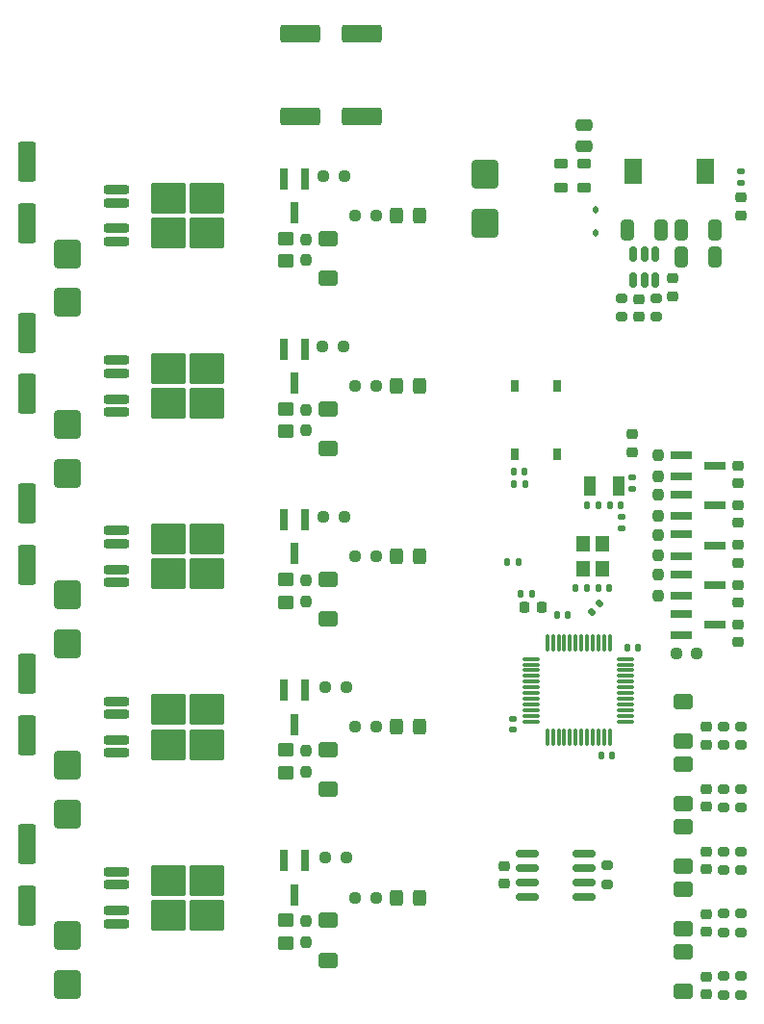
<source format=gbr>
%TF.GenerationSoftware,KiCad,Pcbnew,7.0.5-0*%
%TF.CreationDate,2023-07-18T22:02:12+02:00*%
%TF.ProjectId,buslight,6275736c-6967-4687-942e-6b696361645f,rev?*%
%TF.SameCoordinates,Original*%
%TF.FileFunction,Paste,Top*%
%TF.FilePolarity,Positive*%
%FSLAX46Y46*%
G04 Gerber Fmt 4.6, Leading zero omitted, Abs format (unit mm)*
G04 Created by KiCad (PCBNEW 7.0.5-0) date 2023-07-18 22:02:12*
%MOMM*%
%LPD*%
G01*
G04 APERTURE LIST*
G04 Aperture macros list*
%AMRoundRect*
0 Rectangle with rounded corners*
0 $1 Rounding radius*
0 $2 $3 $4 $5 $6 $7 $8 $9 X,Y pos of 4 corners*
0 Add a 4 corners polygon primitive as box body*
4,1,4,$2,$3,$4,$5,$6,$7,$8,$9,$2,$3,0*
0 Add four circle primitives for the rounded corners*
1,1,$1+$1,$2,$3*
1,1,$1+$1,$4,$5*
1,1,$1+$1,$6,$7*
1,1,$1+$1,$8,$9*
0 Add four rect primitives between the rounded corners*
20,1,$1+$1,$2,$3,$4,$5,0*
20,1,$1+$1,$4,$5,$6,$7,0*
20,1,$1+$1,$6,$7,$8,$9,0*
20,1,$1+$1,$8,$9,$2,$3,0*%
G04 Aperture macros list end*
%ADD10RoundRect,0.237500X-0.237500X0.250000X-0.237500X-0.250000X0.237500X-0.250000X0.237500X0.250000X0*%
%ADD11R,0.750000X1.000000*%
%ADD12RoundRect,0.200000X0.275000X-0.200000X0.275000X0.200000X-0.275000X0.200000X-0.275000X-0.200000X0*%
%ADD13RoundRect,0.250000X0.600000X-0.400000X0.600000X0.400000X-0.600000X0.400000X-0.600000X-0.400000X0*%
%ADD14R,1.500000X2.200000*%
%ADD15R,1.900000X0.800000*%
%ADD16RoundRect,0.250000X-0.450000X0.350000X-0.450000X-0.350000X0.450000X-0.350000X0.450000X0.350000X0*%
%ADD17RoundRect,0.250000X-0.325000X-0.450000X0.325000X-0.450000X0.325000X0.450000X-0.325000X0.450000X0*%
%ADD18RoundRect,0.250000X-0.600000X0.400000X-0.600000X-0.400000X0.600000X-0.400000X0.600000X0.400000X0*%
%ADD19RoundRect,0.250000X0.550000X-1.500000X0.550000X1.500000X-0.550000X1.500000X-0.550000X-1.500000X0*%
%ADD20RoundRect,0.075000X-0.075000X0.662500X-0.075000X-0.662500X0.075000X-0.662500X0.075000X0.662500X0*%
%ADD21RoundRect,0.075000X-0.662500X0.075000X-0.662500X-0.075000X0.662500X-0.075000X0.662500X0.075000X0*%
%ADD22RoundRect,0.250000X-1.500000X-0.550000X1.500000X-0.550000X1.500000X0.550000X-1.500000X0.550000X0*%
%ADD23RoundRect,0.135000X0.185000X-0.135000X0.185000X0.135000X-0.185000X0.135000X-0.185000X-0.135000X0*%
%ADD24RoundRect,0.135000X-0.035355X0.226274X-0.226274X0.035355X0.035355X-0.226274X0.226274X-0.035355X0*%
%ADD25RoundRect,0.225000X0.250000X-0.225000X0.250000X0.225000X-0.250000X0.225000X-0.250000X-0.225000X0*%
%ADD26R,1.200000X1.400000*%
%ADD27RoundRect,0.140000X-0.140000X-0.170000X0.140000X-0.170000X0.140000X0.170000X-0.140000X0.170000X0*%
%ADD28RoundRect,0.140000X0.140000X0.170000X-0.140000X0.170000X-0.140000X-0.170000X0.140000X-0.170000X0*%
%ADD29R,0.800000X1.900000*%
%ADD30RoundRect,0.150000X-0.150000X0.512500X-0.150000X-0.512500X0.150000X-0.512500X0.150000X0.512500X0*%
%ADD31RoundRect,0.250000X-0.900000X1.000000X-0.900000X-1.000000X0.900000X-1.000000X0.900000X1.000000X0*%
%ADD32RoundRect,0.200000X-0.275000X0.200000X-0.275000X-0.200000X0.275000X-0.200000X0.275000X0.200000X0*%
%ADD33RoundRect,0.112500X0.112500X-0.187500X0.112500X0.187500X-0.112500X0.187500X-0.112500X-0.187500X0*%
%ADD34RoundRect,0.250000X0.475000X-0.250000X0.475000X0.250000X-0.475000X0.250000X-0.475000X-0.250000X0*%
%ADD35RoundRect,0.218750X0.381250X-0.218750X0.381250X0.218750X-0.381250X0.218750X-0.381250X-0.218750X0*%
%ADD36RoundRect,0.237500X-0.250000X-0.237500X0.250000X-0.237500X0.250000X0.237500X-0.250000X0.237500X0*%
%ADD37RoundRect,0.135000X-0.135000X-0.185000X0.135000X-0.185000X0.135000X0.185000X-0.135000X0.185000X0*%
%ADD38RoundRect,0.250000X-0.325000X-0.650000X0.325000X-0.650000X0.325000X0.650000X-0.325000X0.650000X0*%
%ADD39RoundRect,0.200000X-0.900000X-0.200000X0.900000X-0.200000X0.900000X0.200000X-0.900000X0.200000X0*%
%ADD40RoundRect,0.250000X-1.275000X-1.125000X1.275000X-1.125000X1.275000X1.125000X-1.275000X1.125000X0*%
%ADD41RoundRect,0.250000X0.325000X0.650000X-0.325000X0.650000X-0.325000X-0.650000X0.325000X-0.650000X0*%
%ADD42RoundRect,0.140000X0.170000X-0.140000X0.170000X0.140000X-0.170000X0.140000X-0.170000X-0.140000X0*%
%ADD43RoundRect,0.225000X-0.250000X0.225000X-0.250000X-0.225000X0.250000X-0.225000X0.250000X0.225000X0*%
%ADD44RoundRect,0.237500X0.250000X0.237500X-0.250000X0.237500X-0.250000X-0.237500X0.250000X-0.237500X0*%
%ADD45RoundRect,0.218750X-0.256250X0.218750X-0.256250X-0.218750X0.256250X-0.218750X0.256250X0.218750X0*%
%ADD46RoundRect,0.135000X-0.185000X0.135000X-0.185000X-0.135000X0.185000X-0.135000X0.185000X0.135000X0*%
%ADD47RoundRect,0.218750X0.256250X-0.218750X0.256250X0.218750X-0.256250X0.218750X-0.256250X-0.218750X0*%
%ADD48RoundRect,0.150000X-0.825000X-0.150000X0.825000X-0.150000X0.825000X0.150000X-0.825000X0.150000X0*%
%ADD49RoundRect,0.218750X-0.381250X0.218750X-0.381250X-0.218750X0.381250X-0.218750X0.381250X0.218750X0*%
%ADD50RoundRect,0.218750X0.218750X0.256250X-0.218750X0.256250X-0.218750X-0.256250X0.218750X-0.256250X0*%
%ADD51R,1.000000X1.800000*%
G04 APERTURE END LIST*
D10*
%TO.C,R153*%
X69000000Y-104587500D03*
X69000000Y-106412500D03*
%TD*%
%TO.C,R143*%
X69000000Y-89587500D03*
X69000000Y-91412500D03*
%TD*%
%TO.C,R133*%
X69000000Y-76412500D03*
X69000000Y-74587500D03*
%TD*%
%TO.C,R123*%
X69000000Y-59587500D03*
X69000000Y-61412500D03*
%TD*%
%TO.C,R113*%
X69000000Y-46412500D03*
X69000000Y-44587500D03*
%TD*%
D11*
%TO.C,SW2*%
X91125000Y-57500000D03*
X91125000Y-63500000D03*
X87375000Y-57500000D03*
X87375000Y-63500000D03*
%TD*%
D12*
%TO.C,R28*%
X105750000Y-105575000D03*
X105750000Y-103925000D03*
%TD*%
D13*
%TO.C,D24*%
X102250000Y-110750000D03*
X102250000Y-107250000D03*
%TD*%
D14*
%TO.C,L1*%
X104200000Y-38600000D03*
X97800000Y-38600000D03*
%TD*%
D15*
%TO.C,Q3*%
X102000000Y-70550000D03*
X102000000Y-72450000D03*
X105000000Y-71500000D03*
%TD*%
D16*
%TO.C,R141*%
X67250000Y-89500000D03*
X67250000Y-91500000D03*
%TD*%
D17*
%TO.C,D121*%
X76975000Y-57500000D03*
X79025000Y-57500000D03*
%TD*%
D12*
%TO.C,R26*%
X105750000Y-94575000D03*
X105750000Y-92925000D03*
%TD*%
D18*
%TO.C,D122*%
X71000000Y-59500000D03*
X71000000Y-63000000D03*
%TD*%
D19*
%TO.C,C150*%
X44500000Y-103200000D03*
X44500000Y-97800000D03*
%TD*%
D15*
%TO.C,Q2*%
X102000000Y-67050000D03*
X102000000Y-68950000D03*
X105000000Y-68000000D03*
%TD*%
D20*
%TO.C,U2*%
X95750000Y-80087500D03*
X95250000Y-80087500D03*
X94750000Y-80087500D03*
X94250000Y-80087500D03*
X93750000Y-80087500D03*
X93250000Y-80087500D03*
X92750000Y-80087500D03*
X92250000Y-80087500D03*
X91750000Y-80087500D03*
X91250000Y-80087500D03*
X90750000Y-80087500D03*
X90250000Y-80087500D03*
D21*
X88837500Y-81500000D03*
X88837500Y-82000000D03*
X88837500Y-82500000D03*
X88837500Y-83000000D03*
X88837500Y-83500000D03*
X88837500Y-84000000D03*
X88837500Y-84500000D03*
X88837500Y-85000000D03*
X88837500Y-85500000D03*
X88837500Y-86000000D03*
X88837500Y-86500000D03*
X88837500Y-87000000D03*
D20*
X90250000Y-88412500D03*
X90750000Y-88412500D03*
X91250000Y-88412500D03*
X91750000Y-88412500D03*
X92250000Y-88412500D03*
X92750000Y-88412500D03*
X93250000Y-88412500D03*
X93750000Y-88412500D03*
X94250000Y-88412500D03*
X94750000Y-88412500D03*
X95250000Y-88412500D03*
X95750000Y-88412500D03*
D21*
X97162500Y-87000000D03*
X97162500Y-86500000D03*
X97162500Y-86000000D03*
X97162500Y-85500000D03*
X97162500Y-85000000D03*
X97162500Y-84500000D03*
X97162500Y-84000000D03*
X97162500Y-83500000D03*
X97162500Y-83000000D03*
X97162500Y-82500000D03*
X97162500Y-82000000D03*
X97162500Y-81500000D03*
%TD*%
D13*
%TO.C,D20*%
X102250000Y-88750000D03*
X102250000Y-85250000D03*
%TD*%
D22*
%TO.C,C1*%
X68550000Y-26500000D03*
X73950000Y-26500000D03*
%TD*%
D23*
%TO.C,R3*%
X107300000Y-39610000D03*
X107300000Y-38590000D03*
%TD*%
D12*
%TO.C,R31*%
X107250000Y-94575000D03*
X107250000Y-92925000D03*
%TD*%
D24*
%TO.C,R10*%
X94860624Y-76639376D03*
X94139376Y-77360624D03*
%TD*%
D25*
%TO.C,C28*%
X104250000Y-105525000D03*
X104250000Y-103975000D03*
%TD*%
D22*
%TO.C,C2*%
X68550000Y-33750000D03*
X73950000Y-33750000D03*
%TD*%
D17*
%TO.C,D151*%
X76975000Y-102500000D03*
X79025000Y-102500000D03*
%TD*%
D26*
%TO.C,Y1*%
X95100000Y-73600000D03*
X95100000Y-71400000D03*
X93400000Y-71400000D03*
X93400000Y-73600000D03*
%TD*%
D27*
%TO.C,C19*%
X87270000Y-65000000D03*
X88230000Y-65000000D03*
%TD*%
D10*
%TO.C,R22*%
X100000000Y-70587500D03*
X100000000Y-72412500D03*
%TD*%
D28*
%TO.C,C17*%
X96730000Y-68000000D03*
X95770000Y-68000000D03*
%TD*%
D29*
%TO.C,Q120*%
X68950000Y-54250000D03*
X67050000Y-54250000D03*
X68000000Y-57250000D03*
%TD*%
D12*
%TO.C,R27*%
X105750000Y-100075000D03*
X105750000Y-98425000D03*
%TD*%
D30*
%TO.C,U5*%
X99750000Y-45862500D03*
X98800000Y-45862500D03*
X97850000Y-45862500D03*
X97850000Y-48137500D03*
X98800000Y-48137500D03*
X99750000Y-48137500D03*
%TD*%
D31*
%TO.C,D130*%
X48000000Y-75850000D03*
X48000000Y-80150000D03*
%TD*%
%TO.C,D110*%
X48000000Y-45850000D03*
X48000000Y-50150000D03*
%TD*%
D19*
%TO.C,C140*%
X44500000Y-88200000D03*
X44500000Y-82800000D03*
%TD*%
D17*
%TO.C,D141*%
X76975000Y-87500000D03*
X79025000Y-87500000D03*
%TD*%
D32*
%TO.C,R12*%
X95500000Y-99675000D03*
X95500000Y-101325000D03*
%TD*%
D33*
%TO.C,D2*%
X94500000Y-44050000D03*
X94500000Y-41950000D03*
%TD*%
D34*
%TO.C,C3*%
X93500000Y-36400000D03*
X93500000Y-34500000D03*
%TD*%
D19*
%TO.C,C110*%
X44500000Y-43200000D03*
X44500000Y-37800000D03*
%TD*%
D10*
%TO.C,R20*%
X100000000Y-63587500D03*
X100000000Y-65412500D03*
%TD*%
D35*
%TO.C,FB1*%
X91500000Y-40062500D03*
X91500000Y-37937500D03*
%TD*%
D25*
%TO.C,C23*%
X107000000Y-76525000D03*
X107000000Y-74975000D03*
%TD*%
D12*
%TO.C,R25*%
X105750000Y-89075000D03*
X105750000Y-87425000D03*
%TD*%
D25*
%TO.C,C27*%
X104250000Y-100025000D03*
X104250000Y-98475000D03*
%TD*%
D10*
%TO.C,R23*%
X100000000Y-74087500D03*
X100000000Y-75912500D03*
%TD*%
D36*
%TO.C,R152*%
X70750000Y-99000000D03*
X72575000Y-99000000D03*
%TD*%
D37*
%TO.C,R13*%
X86740000Y-73000000D03*
X87760000Y-73000000D03*
%TD*%
D38*
%TO.C,C6*%
X97325000Y-43800000D03*
X100275000Y-43800000D03*
%TD*%
D39*
%TO.C,U110*%
X52300000Y-40220000D03*
X52300000Y-41360000D03*
D40*
X56925000Y-40975000D03*
X56925000Y-44025000D03*
X60275000Y-40975000D03*
X60275000Y-44025000D03*
D39*
X52300000Y-43640000D03*
X52300000Y-44780000D03*
%TD*%
D25*
%TO.C,C21*%
X107000000Y-69525000D03*
X107000000Y-67975000D03*
%TD*%
D29*
%TO.C,Q110*%
X68950000Y-39250000D03*
X67050000Y-39250000D03*
X68000000Y-42250000D03*
%TD*%
D28*
%TO.C,C11*%
X95980000Y-90000000D03*
X95020000Y-90000000D03*
%TD*%
D16*
%TO.C,R151*%
X67250000Y-104500000D03*
X67250000Y-106500000D03*
%TD*%
D39*
%TO.C,U120*%
X52300000Y-55220000D03*
X52300000Y-56360000D03*
D40*
X56925000Y-55975000D03*
X56925000Y-59025000D03*
X60275000Y-55975000D03*
X60275000Y-59025000D03*
D39*
X52300000Y-58640000D03*
X52300000Y-59780000D03*
%TD*%
D31*
%TO.C,D120*%
X48000000Y-60850000D03*
X48000000Y-65150000D03*
%TD*%
D25*
%TO.C,C26*%
X104250000Y-94525000D03*
X104250000Y-92975000D03*
%TD*%
D41*
%TO.C,C9*%
X104975000Y-46100000D03*
X102025000Y-46100000D03*
%TD*%
D36*
%TO.C,R120*%
X73337500Y-57500000D03*
X75162500Y-57500000D03*
%TD*%
D42*
%TO.C,C12*%
X87250000Y-87730000D03*
X87250000Y-86770000D03*
%TD*%
D15*
%TO.C,Q5*%
X102000000Y-77550000D03*
X102000000Y-79450000D03*
X105000000Y-78500000D03*
%TD*%
D43*
%TO.C,C7*%
X86500000Y-99725000D03*
X86500000Y-101275000D03*
%TD*%
D28*
%TO.C,C15*%
X95730000Y-75250000D03*
X94770000Y-75250000D03*
%TD*%
D16*
%TO.C,R121*%
X67250000Y-59500000D03*
X67250000Y-61500000D03*
%TD*%
D27*
%TO.C,C14*%
X87920000Y-75750000D03*
X88880000Y-75750000D03*
%TD*%
%TO.C,C18*%
X93770000Y-68000000D03*
X94730000Y-68000000D03*
%TD*%
D17*
%TO.C,D111*%
X76975000Y-42500000D03*
X79025000Y-42500000D03*
%TD*%
D36*
%TO.C,R142*%
X70750000Y-84000000D03*
X72575000Y-84000000D03*
%TD*%
%TO.C,R150*%
X73337500Y-102500000D03*
X75162500Y-102500000D03*
%TD*%
D12*
%TO.C,R32*%
X107250000Y-100075000D03*
X107250000Y-98425000D03*
%TD*%
D44*
%TO.C,R24*%
X103412500Y-81000000D03*
X101587500Y-81000000D03*
%TD*%
D39*
%TO.C,U150*%
X52300000Y-100220000D03*
X52300000Y-101360000D03*
D40*
X56925000Y-100975000D03*
X56925000Y-104025000D03*
X60275000Y-100975000D03*
X60275000Y-104025000D03*
D39*
X52300000Y-103640000D03*
X52300000Y-104780000D03*
%TD*%
D37*
%TO.C,R4*%
X87280000Y-66100000D03*
X88300000Y-66100000D03*
%TD*%
D18*
%TO.C,D132*%
X71000000Y-74500000D03*
X71000000Y-78000000D03*
%TD*%
D25*
%TO.C,C25*%
X104250000Y-89025000D03*
X104250000Y-87475000D03*
%TD*%
D45*
%TO.C,D9*%
X107300000Y-42487500D03*
X107300000Y-40912500D03*
%TD*%
D12*
%TO.C,R34*%
X107250000Y-111075000D03*
X107250000Y-109425000D03*
%TD*%
D13*
%TO.C,D22*%
X102250000Y-99750000D03*
X102250000Y-96250000D03*
%TD*%
%TO.C,D21*%
X102250000Y-94250000D03*
X102250000Y-90750000D03*
%TD*%
D12*
%TO.C,R33*%
X107250000Y-105575000D03*
X107250000Y-103925000D03*
%TD*%
D31*
%TO.C,D1*%
X84750000Y-38850000D03*
X84750000Y-43150000D03*
%TD*%
D46*
%TO.C,R11*%
X96750000Y-68990000D03*
X96750000Y-70010000D03*
%TD*%
D36*
%TO.C,R130*%
X73337500Y-72500000D03*
X75162500Y-72500000D03*
%TD*%
D25*
%TO.C,C24*%
X107000000Y-80025000D03*
X107000000Y-78475000D03*
%TD*%
D43*
%TO.C,C5*%
X98300000Y-49825000D03*
X98300000Y-51375000D03*
%TD*%
D12*
%TO.C,R30*%
X107250000Y-89075000D03*
X107250000Y-87425000D03*
%TD*%
D10*
%TO.C,R21*%
X100000000Y-67087500D03*
X100000000Y-68912500D03*
%TD*%
D36*
%TO.C,R112*%
X70587500Y-39000000D03*
X72412500Y-39000000D03*
%TD*%
D29*
%TO.C,Q140*%
X68950000Y-84250000D03*
X67050000Y-84250000D03*
X68000000Y-87250000D03*
%TD*%
D18*
%TO.C,D142*%
X71000000Y-89500000D03*
X71000000Y-93000000D03*
%TD*%
D39*
%TO.C,U130*%
X52300000Y-70220000D03*
X52300000Y-71360000D03*
D40*
X56925000Y-70975000D03*
X56925000Y-74025000D03*
X60275000Y-70975000D03*
X60275000Y-74025000D03*
D39*
X52300000Y-73640000D03*
X52300000Y-74780000D03*
%TD*%
D27*
%TO.C,C13*%
X91120000Y-77600000D03*
X92080000Y-77600000D03*
%TD*%
D25*
%TO.C,C22*%
X107000000Y-73025000D03*
X107000000Y-71475000D03*
%TD*%
D36*
%TO.C,R110*%
X73337500Y-42500000D03*
X75162500Y-42500000D03*
%TD*%
D29*
%TO.C,Q150*%
X68950000Y-99250000D03*
X67050000Y-99250000D03*
X68000000Y-102250000D03*
%TD*%
D36*
%TO.C,R132*%
X70587500Y-69000000D03*
X72412500Y-69000000D03*
%TD*%
D19*
%TO.C,C130*%
X44500000Y-73200000D03*
X44500000Y-67800000D03*
%TD*%
D39*
%TO.C,U140*%
X52300000Y-85220000D03*
X52300000Y-86360000D03*
D40*
X56925000Y-85975000D03*
X56925000Y-89025000D03*
X60275000Y-85975000D03*
X60275000Y-89025000D03*
D39*
X52300000Y-88640000D03*
X52300000Y-89780000D03*
%TD*%
D41*
%TO.C,C8*%
X104975000Y-43800000D03*
X102025000Y-43800000D03*
%TD*%
D47*
%TO.C,D3*%
X97750000Y-63287500D03*
X97750000Y-61712500D03*
%TD*%
D17*
%TO.C,D131*%
X76975000Y-72500000D03*
X79025000Y-72500000D03*
%TD*%
D48*
%TO.C,U1*%
X88525000Y-98595000D03*
X88525000Y-99865000D03*
X88525000Y-101135000D03*
X88525000Y-102405000D03*
X93475000Y-102405000D03*
X93475000Y-101135000D03*
X93475000Y-99865000D03*
X93475000Y-98595000D03*
%TD*%
D36*
%TO.C,R122*%
X70500000Y-54000000D03*
X72325000Y-54000000D03*
%TD*%
%TO.C,R140*%
X73337500Y-87500000D03*
X75162500Y-87500000D03*
%TD*%
D31*
%TO.C,D140*%
X48000000Y-90850000D03*
X48000000Y-95150000D03*
%TD*%
D32*
%TO.C,R2*%
X96800000Y-49775000D03*
X96800000Y-51425000D03*
%TD*%
D25*
%TO.C,C29*%
X104250000Y-111025000D03*
X104250000Y-109475000D03*
%TD*%
D27*
%TO.C,C16*%
X92770000Y-75250000D03*
X93730000Y-75250000D03*
%TD*%
D13*
%TO.C,D23*%
X102250000Y-105250000D03*
X102250000Y-101750000D03*
%TD*%
D49*
%TO.C,FB2*%
X93500000Y-37937500D03*
X93500000Y-40062500D03*
%TD*%
D29*
%TO.C,Q130*%
X68950000Y-69250000D03*
X67050000Y-69250000D03*
X68000000Y-72250000D03*
%TD*%
D18*
%TO.C,D112*%
X71000000Y-44500000D03*
X71000000Y-48000000D03*
%TD*%
D25*
%TO.C,C4*%
X101300000Y-49575000D03*
X101300000Y-48025000D03*
%TD*%
D27*
%TO.C,C10*%
X97270000Y-80500000D03*
X98230000Y-80500000D03*
%TD*%
D12*
%TO.C,R1*%
X99800000Y-51425000D03*
X99800000Y-49775000D03*
%TD*%
D50*
%TO.C,FB3*%
X89787500Y-77000000D03*
X88212500Y-77000000D03*
%TD*%
D51*
%TO.C,Y2*%
X96500000Y-66250000D03*
X94000000Y-66250000D03*
%TD*%
D43*
%TO.C,C20*%
X107000000Y-64475000D03*
X107000000Y-66025000D03*
%TD*%
D19*
%TO.C,C120*%
X44500000Y-58200000D03*
X44500000Y-52800000D03*
%TD*%
D16*
%TO.C,R131*%
X67250000Y-74500000D03*
X67250000Y-76500000D03*
%TD*%
D18*
%TO.C,D152*%
X71000000Y-104500000D03*
X71000000Y-108000000D03*
%TD*%
D12*
%TO.C,R29*%
X105750000Y-111075000D03*
X105750000Y-109425000D03*
%TD*%
D31*
%TO.C,D150*%
X48000000Y-105850000D03*
X48000000Y-110150000D03*
%TD*%
D16*
%TO.C,R111*%
X67250000Y-44500000D03*
X67250000Y-46500000D03*
%TD*%
D15*
%TO.C,Q4*%
X102000000Y-74050000D03*
X102000000Y-75950000D03*
X105000000Y-75000000D03*
%TD*%
D46*
%TO.C,R6*%
X97750000Y-65490000D03*
X97750000Y-66510000D03*
%TD*%
D15*
%TO.C,Q1*%
X102000000Y-63550000D03*
X102000000Y-65450000D03*
X105000000Y-64500000D03*
%TD*%
M02*

</source>
